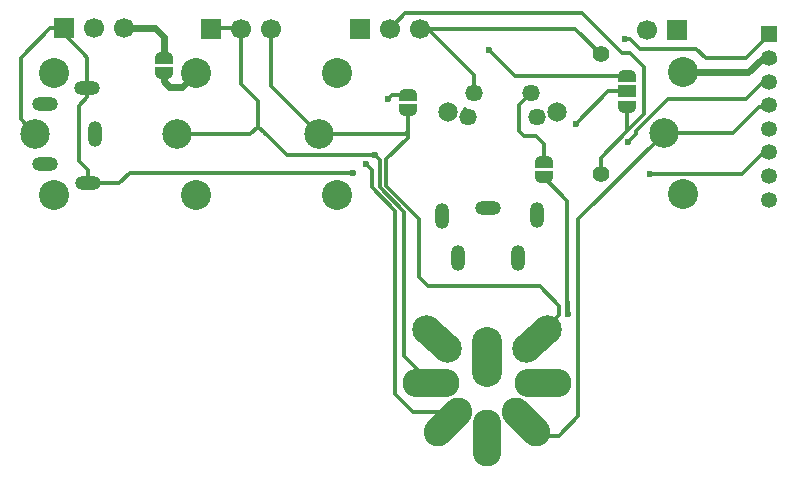
<source format=gbr>
%TF.GenerationSoftware,KiCad,Pcbnew,9.0.4*%
%TF.CreationDate,2025-10-08T09:42:31-04:00*%
%TF.ProjectId,C64-128AVS,4336342d-3132-4384-9156-532e6b696361,rev?*%
%TF.SameCoordinates,Original*%
%TF.FileFunction,Copper,L2,Bot*%
%TF.FilePolarity,Positive*%
%FSLAX46Y46*%
G04 Gerber Fmt 4.6, Leading zero omitted, Abs format (unit mm)*
G04 Created by KiCad (PCBNEW 9.0.4) date 2025-10-08 09:42:31*
%MOMM*%
%LPD*%
G01*
G04 APERTURE LIST*
G04 Aperture macros list*
%AMHorizOval*
0 Thick line with rounded ends*
0 $1 width*
0 $2 $3 position (X,Y) of the first rounded end (center of the circle)*
0 $4 $5 position (X,Y) of the second rounded end (center of the circle)*
0 Add line between two ends*
20,1,$1,$2,$3,$4,$5,0*
0 Add two circle primitives to create the rounded ends*
1,1,$1,$2,$3*
1,1,$1,$4,$5*%
%AMFreePoly0*
4,1,23,0.500000,-0.750000,0.000000,-0.750000,0.000000,-0.745722,-0.065263,-0.745722,-0.191342,-0.711940,-0.304381,-0.646677,-0.396677,-0.554381,-0.461940,-0.441342,-0.495722,-0.315263,-0.495722,-0.250000,-0.500000,-0.250000,-0.500000,0.250000,-0.495722,0.250000,-0.495722,0.315263,-0.461940,0.441342,-0.396677,0.554381,-0.304381,0.646677,-0.191342,0.711940,-0.065263,0.745722,0.000000,0.745722,
0.000000,0.750000,0.500000,0.750000,0.500000,-0.750000,0.500000,-0.750000,$1*%
%AMFreePoly1*
4,1,23,0.000000,0.745722,0.065263,0.745722,0.191342,0.711940,0.304381,0.646677,0.396677,0.554381,0.461940,0.441342,0.495722,0.315263,0.495722,0.250000,0.500000,0.250000,0.500000,-0.250000,0.495722,-0.250000,0.495722,-0.315263,0.461940,-0.441342,0.396677,-0.554381,0.304381,-0.646677,0.191342,-0.711940,0.065263,-0.745722,0.000000,-0.745722,0.000000,-0.750000,-0.500000,-0.750000,
-0.500000,0.750000,0.000000,0.750000,0.000000,0.745722,0.000000,0.745722,$1*%
%AMFreePoly2*
4,1,23,0.550000,-0.750000,0.000000,-0.750000,0.000000,-0.745722,-0.065263,-0.745722,-0.191342,-0.711940,-0.304381,-0.646677,-0.396677,-0.554381,-0.461940,-0.441342,-0.495722,-0.315263,-0.495722,-0.250000,-0.500000,-0.250000,-0.500000,0.250000,-0.495722,0.250000,-0.495722,0.315263,-0.461940,0.441342,-0.396677,0.554381,-0.304381,0.646677,-0.191342,0.711940,-0.065263,0.745722,0.000000,0.745722,
0.000000,0.750000,0.550000,0.750000,0.550000,-0.750000,0.550000,-0.750000,$1*%
%AMFreePoly3*
4,1,23,0.000000,0.745722,0.065263,0.745722,0.191342,0.711940,0.304381,0.646677,0.396677,0.554381,0.461940,0.441342,0.495722,0.315263,0.495722,0.250000,0.500000,0.250000,0.500000,-0.250000,0.495722,-0.250000,0.495722,-0.315263,0.461940,-0.441342,0.396677,-0.554381,0.304381,-0.646677,0.191342,-0.711940,0.065263,-0.745722,0.000000,-0.745722,0.000000,-0.750000,-0.550000,-0.750000,
-0.550000,0.750000,0.000000,0.750000,0.000000,0.745722,0.000000,0.745722,$1*%
G04 Aperture macros list end*
%TA.AperFunction,ComponentPad*%
%ADD10O,2.200000X1.200000*%
%TD*%
%TA.AperFunction,ComponentPad*%
%ADD11O,1.200000X2.200000*%
%TD*%
%TA.AperFunction,ComponentPad*%
%ADD12R,1.700000X1.700000*%
%TD*%
%TA.AperFunction,ComponentPad*%
%ADD13C,1.700000*%
%TD*%
%TA.AperFunction,ComponentPad*%
%ADD14C,1.397000*%
%TD*%
%TA.AperFunction,ComponentPad*%
%ADD15C,1.457200*%
%TD*%
%TA.AperFunction,ComponentPad*%
%ADD16C,1.657200*%
%TD*%
%TA.AperFunction,ComponentPad*%
%ADD17R,1.350000X1.350000*%
%TD*%
%TA.AperFunction,ComponentPad*%
%ADD18C,1.350000*%
%TD*%
%TA.AperFunction,ComponentPad*%
%ADD19C,2.540000*%
%TD*%
%TA.AperFunction,ComponentPad*%
%ADD20C,2.500000*%
%TD*%
%TA.AperFunction,SMDPad,CuDef*%
%ADD21FreePoly0,270.000000*%
%TD*%
%TA.AperFunction,SMDPad,CuDef*%
%ADD22FreePoly1,270.000000*%
%TD*%
%TA.AperFunction,ComponentPad*%
%ADD23O,4.826000X2.413000*%
%TD*%
%TA.AperFunction,ComponentPad*%
%ADD24O,2.413000X4.826000*%
%TD*%
%TA.AperFunction,ComponentPad*%
%ADD25HorizOval,2.413000X0.853124X-0.853124X-0.853124X0.853124X0*%
%TD*%
%TA.AperFunction,ComponentPad*%
%ADD26HorizOval,2.413000X-0.853124X-0.853124X0.853124X0.853124X0*%
%TD*%
%TA.AperFunction,ComponentPad*%
%ADD27O,2.540000X5.080000*%
%TD*%
%TA.AperFunction,ComponentPad*%
%ADD28HorizOval,2.413000X0.896604X0.807306X-0.896604X-0.807306X0*%
%TD*%
%TA.AperFunction,ComponentPad*%
%ADD29HorizOval,2.413000X-0.896604X0.807306X0.896604X-0.807306X0*%
%TD*%
%TA.AperFunction,SMDPad,CuDef*%
%ADD30FreePoly0,90.000000*%
%TD*%
%TA.AperFunction,SMDPad,CuDef*%
%ADD31FreePoly1,90.000000*%
%TD*%
%TA.AperFunction,SMDPad,CuDef*%
%ADD32FreePoly2,270.000000*%
%TD*%
%TA.AperFunction,SMDPad,CuDef*%
%ADD33R,1.500000X1.000000*%
%TD*%
%TA.AperFunction,SMDPad,CuDef*%
%ADD34FreePoly3,270.000000*%
%TD*%
%TA.AperFunction,ViaPad*%
%ADD35C,0.600000*%
%TD*%
%TA.AperFunction,Conductor*%
%ADD36C,0.300000*%
%TD*%
%TA.AperFunction,Conductor*%
%ADD37C,0.304800*%
%TD*%
%TA.AperFunction,Conductor*%
%ADD38C,0.609600*%
%TD*%
%TA.AperFunction,Conductor*%
%ADD39C,0.600000*%
%TD*%
G04 APERTURE END LIST*
D10*
%TO.P,J12,R*%
%TO.N,ExtAudio*%
X130860800Y-102285800D03*
%TO.P,J12,RN*%
%TO.N,unconnected-(J12-PadRN)*%
X127254000Y-100660200D03*
D11*
%TO.P,J12,S*%
%TO.N,GND*%
X131470399Y-98120200D03*
D10*
%TO.P,J12,T*%
%TO.N,ExtAudio*%
X130810000Y-94208600D03*
%TO.P,J12,TN*%
%TO.N,unconnected-(J12-PadTN)*%
X127254000Y-95580200D03*
%TD*%
D12*
%TO.P,J7,1,Pin_1*%
%TO.N,ExtAudio*%
X128820001Y-89175000D03*
D13*
%TO.P,J7,2,Pin_2*%
%TO.N,AudioIN*%
X131360001Y-89175000D03*
%TO.P,J7,3,Pin_3*%
%TO.N,Net-(J7-Pin_3)*%
X133900000Y-89175000D03*
%TD*%
D14*
%TO.P,R1,1,1*%
%TO.N,Chroma*%
X174275000Y-101525000D03*
%TO.P,R1,2,2*%
%TO.N,ChromaFix*%
X174275000Y-91365002D03*
%TD*%
D12*
%TO.P,J8,1,Pin_1*%
%TO.N,AudioL*%
X141295001Y-89200000D03*
D13*
%TO.P,J8,2,Pin_2*%
X143835001Y-89200000D03*
%TO.P,J8,3,Pin_3*%
%TO.N,AudioR*%
X146375000Y-89200000D03*
%TD*%
D15*
%TO.P,J1,1,1*%
%TO.N,GND*%
X168850000Y-96650000D03*
%TO.P,J1,2,2*%
X163050000Y-96650000D03*
%TO.P,J1,3,3*%
%TO.N,Luma*%
X168350000Y-94650000D03*
%TO.P,J1,4,4*%
%TO.N,ChromaFix*%
X163550000Y-94650000D03*
D16*
%TO.P,J1,CS1,CS1*%
%TO.N,unconnected-(J1-PadCS1)*%
X170550000Y-96250000D03*
%TO.P,J1,CS2,CS2*%
%TO.N,unconnected-(J1-PadCS2)*%
X161350000Y-96250000D03*
%TD*%
D17*
%TO.P,J11,1,Pin_1*%
%TO.N,Luma*%
X188525000Y-89675000D03*
D18*
%TO.P,J11,2,Pin_2*%
%TO.N,GND*%
X188525000Y-91675000D03*
%TO.P,J11,3,Pin_3*%
%TO.N,AudioL*%
X188525000Y-93675000D03*
%TO.P,J11,4,Pin_4*%
%TO.N,Composite*%
X188525000Y-95675000D03*
%TO.P,J11,5,Pin_5*%
%TO.N,AudioIN*%
X188525000Y-97675000D03*
%TO.P,J11,6,Pin_6*%
%TO.N,Chroma*%
X188525000Y-99675000D03*
%TO.P,J11,7,Pin_7*%
%TO.N,unconnected-(J11-Pin_7-Pad7)*%
X188525000Y-101675000D03*
%TO.P,J11,8,Pin_8*%
%TO.N,5V*%
X188525000Y-103675000D03*
%TD*%
D11*
%TO.P,J13,R*%
%TO.N,ExtAudio*%
X168902200Y-104974200D03*
%TO.P,J13,RN*%
%TO.N,unconnected-(J13-PadRN)*%
X167276600Y-108581000D03*
D10*
%TO.P,J13,S*%
%TO.N,GND*%
X164736600Y-104364601D03*
D11*
%TO.P,J13,T*%
%TO.N,ExtAudio*%
X160825000Y-105025000D03*
%TO.P,J13,TN*%
%TO.N,unconnected-(J13-PadTN)*%
X162196600Y-108581000D03*
%TD*%
D19*
%TO.P,J6,R1,R*%
%TO.N,GND*%
X181225000Y-103200000D03*
%TO.P,J6,R2,R*%
X181225000Y-92900000D03*
D20*
%TO.P,J6,T,T*%
%TO.N,Composite*%
X179625000Y-98050000D03*
%TD*%
D19*
%TO.P,J3,R1,R*%
%TO.N,GND*%
X128000000Y-103250000D03*
%TO.P,J3,R2,R*%
X128000000Y-92950000D03*
D20*
%TO.P,J3,T,T*%
%TO.N,ExtAudio*%
X126400000Y-98100000D03*
%TD*%
D12*
%TO.P,J10,1,Pin_1*%
%TO.N,5V*%
X180785000Y-89340000D03*
D13*
%TO.P,J10,2,Pin_2*%
%TO.N,GND*%
X178245000Y-89340000D03*
%TD*%
D19*
%TO.P,J5,R1,R*%
%TO.N,GND*%
X152000000Y-103250000D03*
%TO.P,J5,R2,R*%
X152000000Y-92950000D03*
D20*
%TO.P,J5,T,T*%
%TO.N,AudioR*%
X150400000Y-98100000D03*
%TD*%
D12*
%TO.P,J9,1,Pin_1*%
%TO.N,unconnected-(J9-Pin_1-Pad1)*%
X153882501Y-89200000D03*
D13*
%TO.P,J9,2,Pin_2*%
%TO.N,Chroma*%
X156422501Y-89200000D03*
%TO.P,J9,3,Pin_3*%
%TO.N,ChromaFix*%
X158962500Y-89200000D03*
%TD*%
D19*
%TO.P,J4,R1,R*%
%TO.N,GND*%
X140000000Y-103250000D03*
%TO.P,J4,R2,R*%
X140000000Y-92950000D03*
D20*
%TO.P,J4,T,T*%
%TO.N,AudioL*%
X138400000Y-98100000D03*
%TD*%
D21*
%TO.P,JP4,1,A*%
%TO.N,Net-(J7-Pin_3)*%
X137287000Y-91638602D03*
D22*
%TO.P,JP4,2,B*%
%TO.N,GND*%
X137287000Y-92938600D03*
%TD*%
D23*
%TO.P,J2,1,1*%
%TO.N,Net-(JP2-B)*%
X169363607Y-119150856D03*
D24*
%TO.P,J2,2,2*%
%TO.N,GND*%
X164657107Y-123857356D03*
D23*
%TO.P,J2,3,3*%
%TO.N,AudioL*%
X159950607Y-119150856D03*
D25*
%TO.P,J2,4,4*%
%TO.N,Composite*%
X167980231Y-122473980D03*
D26*
%TO.P,J2,5,5*%
%TO.N,Net-(JP3-B)*%
X161333983Y-122473980D03*
D27*
%TO.P,J2,6,6*%
%TO.N,Chroma*%
X164657107Y-116980856D03*
D28*
%TO.P,J2,7,7*%
%TO.N,AudioR*%
X168853711Y-115443550D03*
D29*
%TO.P,J2,8,8*%
%TO.N,5V*%
X160460503Y-115443550D03*
%TD*%
D30*
%TO.P,JP3,1,A*%
%TO.N,AudioR*%
X157962600Y-96113600D03*
D31*
%TO.P,JP3,2,B*%
%TO.N,Net-(JP3-B)*%
X157962600Y-94813602D03*
%TD*%
D32*
%TO.P,JP5,1,A*%
%TO.N,AudioIN*%
X176550000Y-93200000D03*
D33*
%TO.P,JP5,2,C*%
%TO.N,Net-(JP3-B)*%
X176550000Y-94500000D03*
D34*
%TO.P,JP5,3,B*%
%TO.N,Chroma*%
X176550000Y-95800000D03*
%TD*%
D21*
%TO.P,JP2,1,A*%
%TO.N,Luma*%
X169475000Y-100475001D03*
D22*
%TO.P,JP2,2,B*%
%TO.N,Net-(JP2-B)*%
X169475000Y-101774999D03*
%TD*%
D35*
%TO.N,Luma*%
X176325000Y-90092400D03*
%TO.N,AudioL*%
X176625000Y-98825000D03*
X155200000Y-99900000D03*
%TO.N,Chroma*%
X178465000Y-101525000D03*
%TO.N,AudioIN*%
X164810000Y-90990000D03*
%TO.N,ExtAudio*%
X153275000Y-101425000D03*
%TO.N,Net-(JP3-B)*%
X172200000Y-97225000D03*
X154450000Y-100675000D03*
X156275000Y-95175000D03*
%TO.N,Net-(JP2-B)*%
X171508357Y-113320000D03*
%TD*%
D36*
%TO.N,AudioL*%
X157630000Y-116921248D02*
X158484376Y-117775624D01*
X155575000Y-102625000D02*
X157630000Y-104680000D01*
X155575000Y-100275000D02*
X155575000Y-102625000D01*
X157630000Y-104680000D02*
X157630000Y-116921248D01*
X155200000Y-99900000D02*
X155575000Y-100275000D01*
%TO.N,AudioR*%
X170790000Y-113417963D02*
X167957107Y-116250856D01*
X170790000Y-112650000D02*
X170790000Y-113417963D01*
X159675000Y-111000000D02*
X169140000Y-111000000D01*
X158925000Y-105300000D02*
X158925000Y-110250000D01*
X156125000Y-102500000D02*
X158925000Y-105300000D01*
X158925000Y-110250000D02*
X159675000Y-111000000D01*
X156125000Y-100250000D02*
X156125000Y-102500000D01*
X169140000Y-111000000D02*
X170790000Y-112650000D01*
X157962600Y-98412400D02*
X156125000Y-100250000D01*
X157962600Y-97750000D02*
X157962600Y-98412400D01*
%TO.N,Net-(JP3-B)*%
X158362757Y-121620856D02*
X162187107Y-121620856D01*
X156875000Y-120133099D02*
X158362757Y-121620856D01*
X156875000Y-104600000D02*
X156875000Y-120133099D01*
X154900000Y-101125000D02*
X154900000Y-102625000D01*
X154900000Y-102625000D02*
X156875000Y-104600000D01*
X154450000Y-100675000D02*
X154900000Y-101125000D01*
D37*
%TO.N,Composite*%
X170756007Y-123647256D02*
X169153507Y-123647256D01*
X172383357Y-122019906D02*
X170756007Y-123647256D01*
X169153507Y-123647256D02*
X167127107Y-121620856D01*
X172375000Y-122011549D02*
X172383357Y-122019906D01*
X172375000Y-105325000D02*
X172375000Y-122011549D01*
X179625000Y-98075000D02*
X172375000Y-105325000D01*
X179625000Y-98050000D02*
X179625000Y-98075000D01*
D36*
%TO.N,Net-(JP3-B)*%
X174925000Y-94500000D02*
X176550000Y-94500000D01*
X172200000Y-97225000D02*
X174925000Y-94500000D01*
%TO.N,ChromaFix*%
X163550000Y-93100000D02*
X159650000Y-89200000D01*
X158962500Y-89200000D02*
X172109998Y-89200000D01*
X172109998Y-89200000D02*
X174275000Y-91365002D01*
X163550000Y-94650000D02*
X163550000Y-93100000D01*
D38*
%TO.N,GND*%
X139706250Y-103250000D02*
X140000000Y-103250000D01*
X140000000Y-92950000D02*
X138860000Y-94090000D01*
D37*
X151395850Y-103796850D02*
X151243450Y-103796850D01*
D38*
X138860000Y-94090000D02*
X137727200Y-94090000D01*
X164657107Y-122650856D02*
X164657107Y-124249144D01*
X137287000Y-93649800D02*
X137287000Y-92938600D01*
D36*
X162775000Y-95996400D02*
X163051200Y-96272600D01*
D39*
X186770000Y-92900000D02*
X187840000Y-91830000D01*
X181225000Y-92900000D02*
X186770000Y-92900000D01*
X187840000Y-91830000D02*
X188870000Y-91830000D01*
D38*
X137727200Y-94090000D02*
X137287000Y-93649800D01*
D39*
X188870000Y-91830000D02*
X188890000Y-91850000D01*
D38*
X164657107Y-124249144D02*
G75*
G02*
X164364193Y-124956230I-1000007J44D01*
G01*
D36*
%TO.N,Luma*%
X167750000Y-98275000D02*
X168825000Y-98275000D01*
X167350000Y-95650000D02*
X168350000Y-94650000D01*
X186620000Y-91700000D02*
X183180000Y-91700000D01*
X169475000Y-98925000D02*
X169475000Y-100475001D01*
X168825000Y-98275000D02*
X169475000Y-98925000D01*
X167350000Y-95650000D02*
X167350000Y-97875000D01*
X183180000Y-91700000D02*
X182350000Y-90870000D01*
X167350000Y-97875000D02*
X167750000Y-98275000D01*
X177575000Y-90870000D02*
X176797400Y-90092400D01*
X188890000Y-89850000D02*
X188470000Y-89850000D01*
X176797400Y-90092400D02*
X176325000Y-90092400D01*
X188470000Y-89850000D02*
X186620000Y-91700000D01*
X182350000Y-90870000D02*
X177575000Y-90870000D01*
%TO.N,Composite*%
X187700000Y-95850000D02*
X188890000Y-95850000D01*
X185500000Y-98050000D02*
X179625000Y-98050000D01*
X185500000Y-98050000D02*
X187700000Y-95850000D01*
%TO.N,AudioR*%
X157728800Y-98100000D02*
X150400000Y-98100000D01*
X150400000Y-98100000D02*
X146375000Y-94075000D01*
X157962600Y-97917000D02*
X157911800Y-97917000D01*
X157962600Y-97917000D02*
X157970000Y-97924400D01*
X150400000Y-98100000D02*
X150425000Y-98075000D01*
X157962600Y-97917000D02*
X157962600Y-97750000D01*
X157962600Y-97750000D02*
X157962600Y-96113600D01*
X146375000Y-94075000D02*
X146375000Y-89200000D01*
X157970000Y-97924400D02*
X157970000Y-98100000D01*
X157911800Y-97917000D02*
X157728800Y-98100000D01*
%TO.N,AudioL*%
X144625000Y-98100000D02*
X145250000Y-97475000D01*
X143835001Y-93885001D02*
X143835001Y-89200000D01*
D37*
X158484376Y-117775624D02*
X158191782Y-117483031D01*
D36*
X145916732Y-98116732D02*
X145836251Y-98116732D01*
D37*
X161157107Y-119150856D02*
X159859607Y-119150856D01*
D36*
X177300000Y-97825000D02*
X177950000Y-97175000D01*
X145250000Y-95300000D02*
X143835001Y-93885001D01*
X179985000Y-95140000D02*
X186560000Y-95140000D01*
X145836251Y-98116732D02*
X145836251Y-98061251D01*
X157981607Y-117272856D02*
X157708357Y-116999606D01*
D37*
X159859607Y-119150856D02*
X158484376Y-117775624D01*
D36*
X141295001Y-89150000D02*
X143835001Y-89150000D01*
X145250000Y-97475000D02*
X145250000Y-95300000D01*
X157708357Y-116999606D02*
X158191782Y-117483031D01*
X147700000Y-99900000D02*
X145916732Y-98116732D01*
X155200000Y-99900000D02*
X147700000Y-99900000D01*
X187850000Y-93850000D02*
X188890000Y-93850000D01*
X138400000Y-98100000D02*
X144000000Y-98100000D01*
X144000000Y-98100000D02*
X144625000Y-98100000D01*
X176625000Y-98825000D02*
X177300000Y-98150000D01*
X145836251Y-98061251D02*
X145250000Y-97475000D01*
X177300000Y-98150000D02*
X177300000Y-97825000D01*
X177950000Y-97175000D02*
X179985000Y-95140000D01*
D37*
X158191782Y-117483031D02*
X157981607Y-117272856D01*
D36*
X186560000Y-95140000D02*
X187850000Y-93850000D01*
%TO.N,Chroma*%
X176550000Y-97800000D02*
X176550000Y-95800000D01*
X176525000Y-97825000D02*
X176550000Y-97800000D01*
X176500000Y-97875000D02*
X176525000Y-97875000D01*
X176087500Y-91262500D02*
X172715000Y-87890000D01*
X176525000Y-97875000D02*
X177950000Y-96450000D01*
X177950000Y-96450000D02*
X177950000Y-94225000D01*
X186255000Y-101475000D02*
X187880000Y-99850000D01*
X157732501Y-87890000D02*
X156422501Y-89200000D01*
X178465000Y-101525000D02*
X178515000Y-101475000D01*
X178515000Y-101475000D02*
X186255000Y-101475000D01*
X176737500Y-91262500D02*
X176087500Y-91262500D01*
X174275000Y-101525000D02*
X174275000Y-100100000D01*
X177950000Y-94225000D02*
X177950000Y-92475000D01*
X177950000Y-92475000D02*
X176737500Y-91262500D01*
X172715000Y-87890000D02*
X157732501Y-87890000D01*
X187880000Y-99850000D02*
X188890000Y-99850000D01*
X176525000Y-97875000D02*
X176525000Y-97825000D01*
X174275000Y-100100000D02*
X176500000Y-97875000D01*
D39*
%TO.N,5V*%
X160844157Y-115737906D02*
X161357107Y-116250856D01*
D36*
%TO.N,AudioIN*%
X176550000Y-93200000D02*
X167020000Y-93200000D01*
X167020000Y-93200000D02*
X164810000Y-90990000D01*
%TO.N,ExtAudio*%
X130810000Y-94970600D02*
X130073400Y-95707200D01*
X130810000Y-94208600D02*
X130810000Y-94970600D01*
X130505200Y-91338400D02*
X130810000Y-91643200D01*
X126400000Y-98100000D02*
X125180000Y-96880000D01*
X130073400Y-100380800D02*
X130860800Y-101168200D01*
X125180000Y-96880000D02*
X125180000Y-91660000D01*
X134400000Y-101425000D02*
X133539200Y-102285800D01*
X153275000Y-101425000D02*
X134400000Y-101425000D01*
X133539200Y-102285800D02*
X130860800Y-102285800D01*
X130073400Y-95707200D02*
X130073400Y-100380800D01*
X127665000Y-89175000D02*
X128820001Y-89175000D01*
X130810000Y-91643200D02*
X130810000Y-94208600D01*
X128820001Y-89653201D02*
X130505200Y-91338400D01*
X130860800Y-101168200D02*
X130860800Y-102285800D01*
X128820001Y-89175000D02*
X128820001Y-89653201D01*
X125180000Y-91660000D02*
X127665000Y-89175000D01*
D39*
%TO.N,Net-(J7-Pin_3)*%
X137287000Y-89916000D02*
X137287000Y-91638602D01*
X136546000Y-89175000D02*
X137287000Y-89916000D01*
X133900000Y-89175000D02*
X136546000Y-89175000D01*
D36*
X134055000Y-89020000D02*
X133900000Y-89175000D01*
%TO.N,Net-(JP3-B)*%
X156688602Y-94813602D02*
X157962600Y-94813602D01*
X156650000Y-94800000D02*
X156675000Y-94800000D01*
X156275000Y-95175000D02*
X156650000Y-94800000D01*
X156675000Y-94800000D02*
X156688602Y-94813602D01*
%TO.N,Net-(JP2-B)*%
X171508357Y-112326456D02*
X171468357Y-112286456D01*
X171468357Y-112326456D02*
X171468357Y-113280000D01*
D37*
X168157107Y-119150856D02*
X169852407Y-119150856D01*
D36*
X171468357Y-113280000D02*
X171508357Y-113320000D01*
X171468357Y-103768356D02*
X169475000Y-101774999D01*
D37*
X168157107Y-119150856D02*
X168474607Y-118833356D01*
D36*
X171508357Y-113320000D02*
X171508357Y-112326456D01*
X171468357Y-112286456D02*
X171468357Y-103768356D01*
D37*
X171508357Y-112326456D02*
X171463357Y-112281456D01*
%TD*%
M02*

</source>
